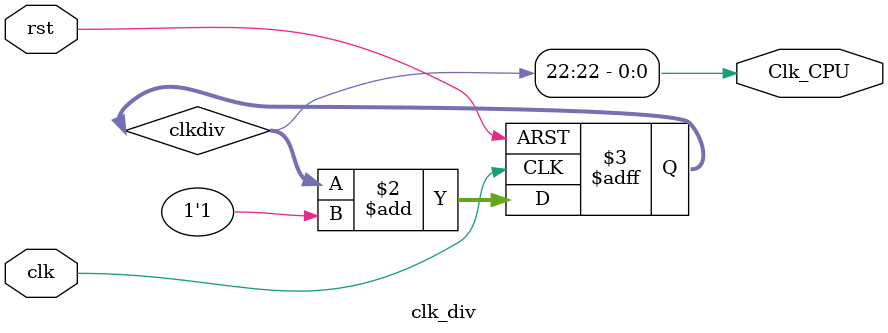
<source format=v>

`timescale 1ns / 1ps

module clk_div(input clk,
					input rst,
					output Clk_CPU
					);
					


    reg[31:0]clkdiv;
	always @ (posedge clk or posedge rst) begin 
		if (rst) clkdiv <= 0; else clkdiv <= clkdiv + 1'b1; end
		
	//assign Clk_CPU = clkdiv[24] ;
	assign Clk_CPU = clkdiv[22] ;
		
endmodule



</source>
